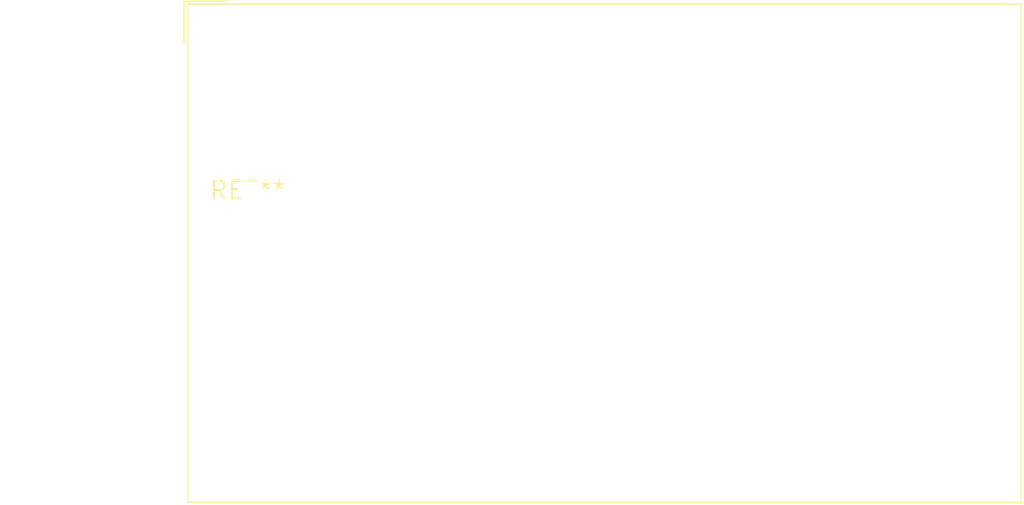
<source format=kicad_pcb>
(kicad_pcb (version 20240108) (generator pcbnew)
  (layers (0 "F.Cu" signal) (31 "B.Cu" signal) (34 "B.Paste" user) (35 "F.Paste" user) (36 "B.SilkS" user "B.Silkscreen") (37 "F.SilkS" user "F.Silkscreen") (38 "B.Mask" user) (39 "F.Mask" user) (44 "Edge.Cuts" user))
  (net 0 "")
  (footprint "Converter_ACDC_Hi-Link_HLK-20Mxx" (layer "F.Cu") (at 0 0)
    (property "Reference" "REF**")
    (property "Value" "Converter_ACDC_Hi-Link_HLK-20Mxx")
    (fp_line (start -4.55 -13.55) (end -1.55 -13.55) (layer "F.SilkS") (stroke (width 0.12)))
    (fp_line (start -4.55 -10.55) (end -4.55 -13.55) (layer "F.SilkS") (stroke (width 0.12)))
    (fp_line (start -4.31 -13.31) (end -4.31 22.31) (layer "F.SilkS") (stroke (width 0.12)))
    (fp_line (start -4.31 -13.31) (end 55.31 -13.31) (layer "F.SilkS") (stroke (width 0.12)))
    (fp_line (start -4.31 22.31) (end 55.31 22.31) (layer "F.SilkS") (stroke (width 0.12)))
    (fp_line (start 55.31 -13.31) (end 55.31 22.31) (layer "F.SilkS") (stroke (width 0.12)))
    (pad "1" thru_hole rect (at 0 0) (size 2 2.3) (drill 1.3) (layers *.Cu *.Mask) (remove_unused_layers))
    (pad "2" thru_hole oval (at 0 9) (size 2 2.3) (drill 1.3) (layers *.Cu *.Mask) (remove_unused_layers))
    (pad "3" thru_hole oval (at 51 -9) (size 2 2.3) (drill 1.3) (layers *.Cu *.Mask) (remove_unused_layers))
    (pad "4" thru_hole oval (at 51 18) (size 2 2.3) (drill 1.3) (layers *.Cu *.Mask) (remove_unused_layers))
  )
)
</source>
